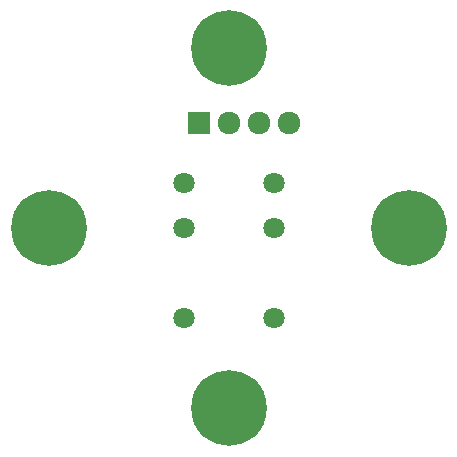
<source format=gbs>
G04 (created by PCBNEW (2013-07-07 BZR 4022)-stable) date 6/7/2014 11:43:34 PM*
%MOIN*%
G04 Gerber Fmt 3.4, Leading zero omitted, Abs format*
%FSLAX34Y34*%
G01*
G70*
G90*
G04 APERTURE LIST*
%ADD10C,0.00393701*%
%ADD11C,0.070748*%
%ADD12R,0.075748X0.075748*%
%ADD13C,0.075748*%
%ADD14C,0.251968*%
G04 APERTURE END LIST*
G54D10*
G54D11*
X83500Y-54500D03*
X86500Y-54500D03*
G54D12*
X84000Y-51000D03*
G54D13*
X85000Y-51000D03*
X86000Y-51000D03*
X87000Y-51000D03*
G54D14*
X85000Y-48500D03*
X85000Y-60500D03*
G54D11*
X83500Y-53000D03*
X86500Y-53000D03*
X83500Y-54500D03*
X83500Y-57500D03*
X86500Y-54500D03*
X86500Y-57500D03*
G54D14*
X79000Y-54500D03*
X91000Y-54500D03*
M02*

</source>
